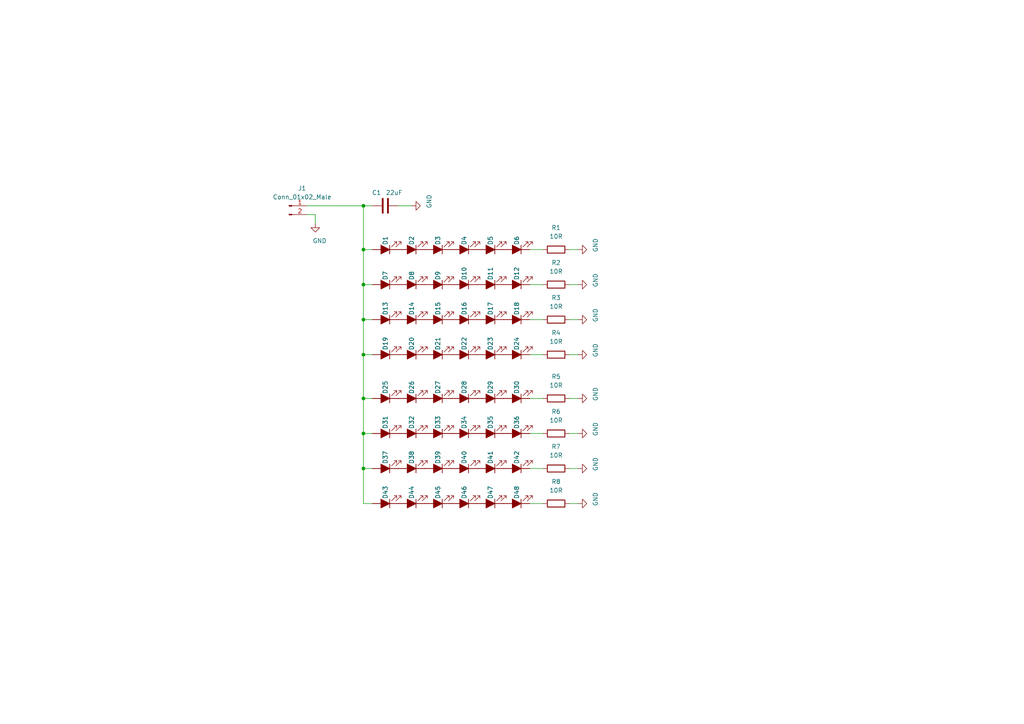
<source format=kicad_sch>
(kicad_sch (version 20230121) (generator eeschema)
  (paper "A4")
  (title_block (title "Led Panel") (date "2020-12-18") (rev "r1.0") (company "GsD - @gregdavill"))
  (lib_symbols
    (symbol "Connector:Conn_01x02_Male" (pin_names (offset 1.016) hide)
      (property "Reference" "J" (at 0 2.54 0))
      (property "Value" "Conn_01x02_Male" (at 0 -5.08 0))
      (symbol "Conn_01x02_Male_1_1"
        (pin passive line (at 5.08 0 180) (length 3.81) (name "Pin_1") (number "1"))
        (pin passive line (at 5.08 -2.54 180) (length 3.81) (name "Pin_2") (number "2"))
      )
    )
    (symbol "Device:C" (pin_numbers hide) (pin_names (offset 0.254))
      (property "Reference" "C" (at 0.635 2.54 0))
      (property "Value" "C" (at 0.635 -2.54 0))
      (symbol "C_1_1"
        (pin passive line (at 0 3.81 270) (length 2.794) (name "~") (number "1"))
        (pin passive line (at 0 -3.81 90) (length 2.794) (name "~") (number "2"))
      )
    )
    (symbol "Device:LED_ALT" (pin_numbers hide) (pin_names (offset 1.016) hide)
      (property "Reference" "D" (at 0 2.54 0))
      (property "Value" "LED_ALT" (at 0 -2.54 0))
      (symbol "LED_ALT_1_1"
        (pin passive line (at -3.81 0 0) (length 2.54) (name "K") (number "1"))
        (pin passive line (at 3.81 0 180) (length 2.54) (name "A") (number "2"))
      )
    )
    (symbol "Device:LED_ALT_1" (pin_numbers hide) (pin_names (offset 1.016) hide)
      (property "Reference" "D" (at 0 2.54 0))
      (property "Value" "LED_ALT" (at 0 -2.54 0))
      (symbol "LED_ALT_1_1_1"
        (pin passive line (at -3.81 0 0) (length 2.54) (name "K") (number "1"))
        (pin passive line (at 3.81 0 180) (length 2.54) (name "A") (number "2"))
      )
    )
    (symbol "Device:LED_ALT_10" (pin_numbers hide) (pin_names (offset 1.016) hide)
      (property "Reference" "D" (at 0 2.54 0))
      (property "Value" "LED_ALT" (at 0 -2.54 0))
      (symbol "LED_ALT_10_1_1"
        (pin passive line (at -3.81 0 0) (length 2.54) (name "K") (number "1"))
        (pin passive line (at 3.81 0 180) (length 2.54) (name "A") (number "2"))
      )
    )
    (symbol "Device:LED_ALT_11" (pin_numbers hide) (pin_names (offset 1.016) hide)
      (property "Reference" "D" (at 0 2.54 0))
      (property "Value" "LED_ALT" (at 0 -2.54 0))
      (symbol "LED_ALT_11_1_1"
        (pin passive line (at -3.81 0 0) (length 2.54) (name "K") (number "1"))
        (pin passive line (at 3.81 0 180) (length 2.54) (name "A") (number "2"))
      )
    )
    (symbol "Device:LED_ALT_12" (pin_numbers hide) (pin_names (offset 1.016) hide)
      (property "Reference" "D" (at 0 2.54 0))
      (property "Value" "LED_ALT" (at 0 -2.54 0))
      (symbol "LED_ALT_12_1_1"
        (pin passive line (at -3.81 0 0) (length 2.54) (name "K") (number "1"))
        (pin passive line (at 3.81 0 180) (length 2.54) (name "A") (number "2"))
      )
    )
    (symbol "Device:LED_ALT_13" (pin_numbers hide) (pin_names (offset 1.016) hide)
      (property "Reference" "D" (at 0 2.54 0))
      (property "Value" "LED_ALT" (at 0 -2.54 0))
      (symbol "LED_ALT_13_1_1"
        (pin passive line (at -3.81 0 0) (length 2.54) (name "K") (number "1"))
        (pin passive line (at 3.81 0 180) (length 2.54) (name "A") (number "2"))
      )
    )
    (symbol "Device:LED_ALT_14" (pin_numbers hide) (pin_names (offset 1.016) hide)
      (property "Reference" "D" (at 0 2.54 0))
      (property "Value" "LED_ALT" (at 0 -2.54 0))
      (symbol "LED_ALT_14_1_1"
        (pin passive line (at -3.81 0 0) (length 2.54) (name "K") (number "1"))
        (pin passive line (at 3.81 0 180) (length 2.54) (name "A") (number "2"))
      )
    )
    (symbol "Device:LED_ALT_15" (pin_numbers hide) (pin_names (offset 1.016) hide)
      (property "Reference" "D" (at 0 2.54 0))
      (property "Value" "LED_ALT" (at 0 -2.54 0))
      (symbol "LED_ALT_15_1_1"
        (pin passive line (at -3.81 0 0) (length 2.54) (name "K") (number "1"))
        (pin passive line (at 3.81 0 180) (length 2.54) (name "A") (number "2"))
      )
    )
    (symbol "Device:LED_ALT_16" (pin_numbers hide) (pin_names (offset 1.016) hide)
      (property "Reference" "D" (at 0 2.54 0))
      (property "Value" "LED_ALT" (at 0 -2.54 0))
      (symbol "LED_ALT_16_1_1"
        (pin passive line (at -3.81 0 0) (length 2.54) (name "K") (number "1"))
        (pin passive line (at 3.81 0 180) (length 2.54) (name "A") (number "2"))
      )
    )
    (symbol "Device:LED_ALT_17" (pin_numbers hide) (pin_names (offset 1.016) hide)
      (property "Reference" "D" (at 0 2.54 0))
      (property "Value" "LED_ALT" (at 0 -2.54 0))
      (symbol "LED_ALT_17_1_1"
        (pin passive line (at -3.81 0 0) (length 2.54) (name "K") (number "1"))
        (pin passive line (at 3.81 0 180) (length 2.54) (name "A") (number "2"))
      )
    )
    (symbol "Device:LED_ALT_18" (pin_numbers hide) (pin_names (offset 1.016) hide)
      (property "Reference" "D" (at 0 2.54 0))
      (property "Value" "LED_ALT" (at 0 -2.54 0))
      (symbol "LED_ALT_18_1_1"
        (pin passive line (at -3.81 0 0) (length 2.54) (name "K") (number "1"))
        (pin passive line (at 3.81 0 180) (length 2.54) (name "A") (number "2"))
      )
    )
    (symbol "Device:LED_ALT_19" (pin_numbers hide) (pin_names (offset 1.016) hide)
      (property "Reference" "D" (at 0 2.54 0))
      (property "Value" "LED_ALT" (at 0 -2.54 0))
      (symbol "LED_ALT_19_1_1"
        (pin passive line (at -3.81 0 0) (length 2.54) (name "K") (number "1"))
        (pin passive line (at 3.81 0 180) (length 2.54) (name "A") (number "2"))
      )
    )
    (symbol "Device:LED_ALT_2" (pin_numbers hide) (pin_names (offset 1.016) hide)
      (property "Reference" "D" (at 0 2.54 0))
      (property "Value" "LED_ALT" (at 0 -2.54 0))
      (symbol "LED_ALT_2_1_1"
        (pin passive line (at -3.81 0 0) (length 2.54) (name "K") (number "1"))
        (pin passive line (at 3.81 0 180) (length 2.54) (name "A") (number "2"))
      )
    )
    (symbol "Device:LED_ALT_20" (pin_numbers hide) (pin_names (offset 1.016) hide)
      (property "Reference" "D" (at 0 2.54 0))
      (property "Value" "LED_ALT" (at 0 -2.54 0))
      (symbol "LED_ALT_20_1_1"
        (pin passive line (at -3.81 0 0) (length 2.54) (name "K") (number "1"))
        (pin passive line (at 3.81 0 180) (length 2.54) (name "A") (number "2"))
      )
    )
    (symbol "Device:LED_ALT_21" (pin_numbers hide) (pin_names (offset 1.016) hide)
      (property "Reference" "D" (at 0 2.54 0))
      (property "Value" "LED_ALT" (at 0 -2.54 0))
      (symbol "LED_ALT_21_1_1"
        (pin passive line (at -3.81 0 0) (length 2.54) (name "K") (number "1"))
        (pin passive line (at 3.81 0 180) (length 2.54) (name "A") (number "2"))
      )
    )
    (symbol "Device:LED_ALT_22" (pin_numbers hide) (pin_names (offset 1.016) hide)
      (property "Reference" "D" (at 0 2.54 0))
      (property "Value" "LED_ALT" (at 0 -2.54 0))
      (symbol "LED_ALT_22_1_1"
        (pin passive line (at -3.81 0 0) (length 2.54) (name "K") (number "1"))
        (pin passive line (at 3.81 0 180) (length 2.54) (name "A") (number "2"))
      )
    )
    (symbol "Device:LED_ALT_23" (pin_numbers hide) (pin_names (offset 1.016) hide)
      (property "Reference" "D" (at 0 2.54 0))
      (property "Value" "LED_ALT" (at 0 -2.54 0))
      (symbol "LED_ALT_23_1_1"
        (pin passive line (at -3.81 0 0) (length 2.54) (name "K") (number "1"))
        (pin passive line (at 3.81 0 180) (length 2.54) (name "A") (number "2"))
      )
    )
    (symbol "Device:LED_ALT_24" (pin_numbers hide) (pin_names (offset 1.016) hide)
      (property "Reference" "D" (at 0 2.54 0))
      (property "Value" "LED_ALT" (at 0 -2.54 0))
      (symbol "LED_ALT_24_1_1"
        (pin passive line (at -3.81 0 0) (length 2.54) (name "K") (number "1"))
        (pin passive line (at 3.81 0 180) (length 2.54) (name "A") (number "2"))
      )
    )
    (symbol "Device:LED_ALT_25" (pin_numbers hide) (pin_names (offset 1.016) hide)
      (property "Reference" "D" (at 0 2.54 0))
      (property "Value" "LED_ALT" (at 0 -2.54 0))
      (symbol "LED_ALT_25_1_1"
        (pin passive line (at -3.81 0 0) (length 2.54) (name "K") (number "1"))
        (pin passive line (at 3.81 0 180) (length 2.54) (name "A") (number "2"))
      )
    )
    (symbol "Device:LED_ALT_26" (pin_numbers hide) (pin_names (offset 1.016) hide)
      (property "Reference" "D" (at 0 2.54 0))
      (property "Value" "LED_ALT" (at 0 -2.54 0))
      (symbol "LED_ALT_26_1_1"
        (pin passive line (at -3.81 0 0) (length 2.54) (name "K") (number "1"))
        (pin passive line (at 3.81 0 180) (length 2.54) (name "A") (number "2"))
      )
    )
    (symbol "Device:LED_ALT_27" (pin_numbers hide) (pin_names (offset 1.016) hide)
      (property "Reference" "D" (at 0 2.54 0))
      (property "Value" "LED_ALT" (at 0 -2.54 0))
      (symbol "LED_ALT_27_1_1"
        (pin passive line (at -3.81 0 0) (length 2.54) (name "K") (number "1"))
        (pin passive line (at 3.81 0 180) (length 2.54) (name "A") (number "2"))
      )
    )
    (symbol "Device:LED_ALT_28" (pin_numbers hide) (pin_names (offset 1.016) hide)
      (property "Reference" "D" (at 0 2.54 0))
      (property "Value" "LED_ALT" (at 0 -2.54 0))
      (symbol "LED_ALT_28_1_1"
        (pin passive line (at -3.81 0 0) (length 2.54) (name "K") (number "1"))
        (pin passive line (at 3.81 0 180) (length 2.54) (name "A") (number "2"))
      )
    )
    (symbol "Device:LED_ALT_29" (pin_numbers hide) (pin_names (offset 1.016) hide)
      (property "Reference" "D" (at 0 2.54 0))
      (property "Value" "LED_ALT" (at 0 -2.54 0))
      (symbol "LED_ALT_29_1_1"
        (pin passive line (at -3.81 0 0) (length 2.54) (name "K") (number "1"))
        (pin passive line (at 3.81 0 180) (length 2.54) (name "A") (number "2"))
      )
    )
    (symbol "Device:LED_ALT_3" (pin_numbers hide) (pin_names (offset 1.016) hide)
      (property "Reference" "D" (at 0 2.54 0))
      (property "Value" "LED_ALT" (at 0 -2.54 0))
      (symbol "LED_ALT_3_1_1"
        (pin passive line (at -3.81 0 0) (length 2.54) (name "K") (number "1"))
        (pin passive line (at 3.81 0 180) (length 2.54) (name "A") (number "2"))
      )
    )
    (symbol "Device:LED_ALT_30" (pin_numbers hide) (pin_names (offset 1.016) hide)
      (property "Reference" "D" (at 0 2.54 0))
      (property "Value" "LED_ALT" (at 0 -2.54 0))
      (symbol "LED_ALT_30_1_1"
        (pin passive line (at -3.81 0 0) (length 2.54) (name "K") (number "1"))
        (pin passive line (at 3.81 0 180) (length 2.54) (name "A") (number "2"))
      )
    )
    (symbol "Device:LED_ALT_31" (pin_numbers hide) (pin_names (offset 1.016) hide)
      (property "Reference" "D" (at 0 2.54 0))
      (property "Value" "LED_ALT" (at 0 -2.54 0))
      (symbol "LED_ALT_31_1_1"
        (pin passive line (at -3.81 0 0) (length 2.54) (name "K") (number "1"))
        (pin passive line (at 3.81 0 180) (length 2.54) (name "A") (number "2"))
      )
    )
    (symbol "Device:LED_ALT_32" (pin_numbers hide) (pin_names (offset 1.016) hide)
      (property "Reference" "D" (at 0 2.54 0))
      (property "Value" "LED_ALT" (at 0 -2.54 0))
      (symbol "LED_ALT_32_1_1"
        (pin passive line (at -3.81 0 0) (length 2.54) (name "K") (number "1"))
        (pin passive line (at 3.81 0 180) (length 2.54) (name "A") (number "2"))
      )
    )
    (symbol "Device:LED_ALT_33" (pin_numbers hide) (pin_names (offset 1.016) hide)
      (property "Reference" "D" (at 0 2.54 0))
      (property "Value" "LED_ALT" (at 0 -2.54 0))
      (symbol "LED_ALT_33_1_1"
        (pin passive line (at -3.81 0 0) (length 2.54) (name "K") (number "1"))
        (pin passive line (at 3.81 0 180) (length 2.54) (name "A") (number "2"))
      )
    )
    (symbol "Device:LED_ALT_34" (pin_numbers hide) (pin_names (offset 1.016) hide)
      (property "Reference" "D" (at 0 2.54 0))
      (property "Value" "LED_ALT" (at 0 -2.54 0))
      (symbol "LED_ALT_34_1_1"
        (pin passive line (at -3.81 0 0) (length 2.54) (name "K") (number "1"))
        (pin passive line (at 3.81 0 180) (length 2.54) (name "A") (number "2"))
      )
    )
    (symbol "Device:LED_ALT_35" (pin_numbers hide) (pin_names (offset 1.016) hide)
      (property "Reference" "D" (at 0 2.54 0))
      (property "Value" "LED_ALT" (at 0 -2.54 0))
      (symbol "LED_ALT_35_1_1"
        (pin passive line (at -3.81 0 0) (length 2.54) (name "K") (number "1"))
        (pin passive line (at 3.81 0 180) (length 2.54) (name "A") (number "2"))
      )
    )
    (symbol "Device:LED_ALT_36" (pin_numbers hide) (pin_names (offset 1.016) hide)
      (property "Reference" "D" (at 0 2.54 0))
      (property "Value" "LED_ALT" (at 0 -2.54 0))
      (symbol "LED_ALT_36_1_1"
        (pin passive line (at -3.81 0 0) (length 2.54) (name "K") (number "1"))
        (pin passive line (at 3.81 0 180) (length 2.54) (name "A") (number "2"))
      )
    )
    (symbol "Device:LED_ALT_37" (pin_numbers hide) (pin_names (offset 1.016) hide)
      (property "Reference" "D" (at 0 2.54 0))
      (property "Value" "LED_ALT" (at 0 -2.54 0))
      (symbol "LED_ALT_37_1_1"
        (pin passive line (at -3.81 0 0) (length 2.54) (name "K") (number "1"))
        (pin passive line (at 3.81 0 180) (length 2.54) (name "A") (number "2"))
      )
    )
    (symbol "Device:LED_ALT_38" (pin_numbers hide) (pin_names (offset 1.016) hide)
      (property "Reference" "D" (at 0 2.54 0))
      (property "Value" "LED_ALT" (at 0 -2.54 0))
      (symbol "LED_ALT_38_1_1"
        (pin passive line (at -3.81 0 0) (length 2.54) (name "K") (number "1"))
        (pin passive line (at 3.81 0 180) (length 2.54) (name "A") (number "2"))
      )
    )
    (symbol "Device:LED_ALT_39" (pin_numbers hide) (pin_names (offset 1.016) hide)
      (property "Reference" "D" (at 0 2.54 0))
      (property "Value" "LED_ALT" (at 0 -2.54 0))
      (symbol "LED_ALT_39_1_1"
        (pin passive line (at -3.81 0 0) (length 2.54) (name "K") (number "1"))
        (pin passive line (at 3.81 0 180) (length 2.54) (name "A") (number "2"))
      )
    )
    (symbol "Device:LED_ALT_4" (pin_numbers hide) (pin_names (offset 1.016) hide)
      (property "Reference" "D" (at 0 2.54 0))
      (property "Value" "LED_ALT" (at 0 -2.54 0))
      (symbol "LED_ALT_4_1_1"
        (pin passive line (at -3.81 0 0) (length 2.54) (name "K") (number "1"))
        (pin passive line (at 3.81 0 180) (length 2.54) (name "A") (number "2"))
      )
    )
    (symbol "Device:LED_ALT_40" (pin_numbers hide) (pin_names (offset 1.016) hide)
      (property "Reference" "D" (at 0 2.54 0))
      (property "Value" "LED_ALT" (at 0 -2.54 0))
      (symbol "LED_ALT_40_1_1"
        (pin passive line (at -3.81 0 0) (length 2.54) (name "K") (number "1"))
        (pin passive line (at 3.81 0 180) (length 2.54) (name "A") (number "2"))
      )
    )
    (symbol "Device:LED_ALT_41" (pin_numbers hide) (pin_names (offset 1.016) hide)
      (property "Reference" "D" (at 0 2.54 0))
      (property "Value" "LED_ALT" (at 0 -2.54 0))
      (symbol "LED_ALT_41_1_1"
        (pin passive line (at -3.81 0 0) (length 2.54) (name "K") (number "1"))
        (pin passive line (at 3.81 0 180) (length 2.54) (name "A") (number "2"))
      )
    )
    (symbol "Device:LED_ALT_42" (pin_numbers hide) (pin_names (offset 1.016) hide)
      (property "Reference" "D" (at 0 2.54 0))
      (property "Value" "LED_ALT" (at 0 -2.54 0))
      (symbol "LED_ALT_42_1_1"
        (pin passive line (at -3.81 0 0) (length 2.54) (name "K") (number "1"))
        (pin passive line (at 3.81 0 180) (length 2.54) (name "A") (number "2"))
      )
    )
    (symbol "Device:LED_ALT_43" (pin_numbers hide) (pin_names (offset 1.016) hide)
      (property "Reference" "D" (at 0 2.54 0))
      (property "Value" "LED_ALT" (at 0 -2.54 0))
      (symbol "LED_ALT_43_1_1"
        (pin passive line (at -3.81 0 0) (length 2.54) (name "K") (number "1"))
        (pin passive line (at 3.81 0 180) (length 2.54) (name "A") (number "2"))
      )
    )
    (symbol "Device:LED_ALT_44" (pin_numbers hide) (pin_names (offset 1.016) hide)
      (property "Reference" "D" (at 0 2.54 0))
      (property "Value" "LED_ALT" (at 0 -2.54 0))
      (symbol "LED_ALT_44_1_1"
        (pin passive line (at -3.81 0 0) (length 2.54) (name "K") (number "1"))
        (pin passive line (at 3.81 0 180) (length 2.54) (name "A") (number "2"))
      )
    )
    (symbol "Device:LED_ALT_45" (pin_numbers hide) (pin_names (offset 1.016) hide)
      (property "Reference" "D" (at 0 2.54 0))
      (property "Value" "LED_ALT" (at 0 -2.54 0))
      (symbol "LED_ALT_45_1_1"
        (pin passive line (at -3.81 0 0) (length 2.54) (name "K") (number "1"))
        (pin passive line (at 3.81 0 180) (length 2.54) (name "A") (number "2"))
      )
    )
    (symbol "Device:LED_ALT_46" (pin_numbers hide) (pin_names (offset 1.016) hide)
      (property "Reference" "D" (at 0 2.54 0))
      (property "Value" "LED_ALT" (at 0 -2.54 0))
      (symbol "LED_ALT_46_1_1"
        (pin passive line (at -3.81 0 0) (length 2.54) (name "K") (number "1"))
        (pin passive line (at 3.81 0 180) (length 2.54) (name "A") (number "2"))
      )
    )
    (symbol "Device:LED_ALT_47" (pin_numbers hide) (pin_names (offset 1.016) hide)
      (property "Reference" "D" (at 0 2.54 0))
      (property "Value" "LED_ALT" (at 0 -2.54 0))
      (symbol "LED_ALT_47_1_1"
        (pin passive line (at -3.81 0 0) (length 2.54) (name "K") (number "1"))
        (pin passive line (at 3.81 0 180) (length 2.54) (name "A") (number "2"))
      )
    )
    (symbol "Device:LED_ALT_5" (pin_numbers hide) (pin_names (offset 1.016) hide)
      (property "Reference" "D" (at 0 2.54 0))
      (property "Value" "LED_ALT" (at 0 -2.54 0))
      (symbol "LED_ALT_5_1_1"
        (pin passive line (at -3.81 0 0) (length 2.54) (name "K") (number "1"))
        (pin passive line (at 3.81 0 180) (length 2.54) (name "A") (number "2"))
      )
    )
    (symbol "Device:LED_ALT_6" (pin_numbers hide) (pin_names (offset 1.016) hide)
      (property "Reference" "D" (at 0 2.54 0))
      (property "Value" "LED_ALT" (at 0 -2.54 0))
      (symbol "LED_ALT_6_1_1"
        (pin passive line (at -3.81 0 0) (length 2.54) (name "K") (number "1"))
        (pin passive line (at 3.81 0 180) (length 2.54) (name "A") (number "2"))
      )
    )
    (symbol "Device:LED_ALT_7" (pin_numbers hide) (pin_names (offset 1.016) hide)
      (property "Reference" "D" (at 0 2.54 0))
      (property "Value" "LED_ALT" (at 0 -2.54 0))
      (symbol "LED_ALT_7_1_1"
        (pin passive line (at -3.81 0 0) (length 2.54) (name "K") (number "1"))
        (pin passive line (at 3.81 0 180) (length 2.54) (name "A") (number "2"))
      )
    )
    (symbol "Device:LED_ALT_8" (pin_numbers hide) (pin_names (offset 1.016) hide)
      (property "Reference" "D" (at 0 2.54 0))
      (property "Value" "LED_ALT" (at 0 -2.54 0))
      (symbol "LED_ALT_8_1_1"
        (pin passive line (at -3.81 0 0) (length 2.54) (name "K") (number "1"))
        (pin passive line (at 3.81 0 180) (length 2.54) (name "A") (number "2"))
      )
    )
    (symbol "Device:LED_ALT_9" (pin_numbers hide) (pin_names (offset 1.016) hide)
      (property "Reference" "D" (at 0 2.54 0))
      (property "Value" "LED_ALT" (at 0 -2.54 0))
      (symbol "LED_ALT_9_1_1"
        (pin passive line (at -3.81 0 0) (length 2.54) (name "K") (number "1"))
        (pin passive line (at 3.81 0 180) (length 2.54) (name "A") (number "2"))
      )
    )
    (symbol "Device:R" (pin_numbers hide) (pin_names (offset 0))
      (property "Reference" "R" (at 2.032 0 90))
      (property "Value" "R" (at 0 0 90))
      (symbol "R_1_1"
        (pin passive line (at 0 3.81 270) (length 1.27) (name "~") (number "1"))
        (pin passive line (at 0 -3.81 90) (length 1.27) (name "~") (number "2"))
      )
    )
    (symbol "Device:R_1" (pin_numbers hide) (pin_names (offset 0))
      (property "Reference" "R" (at 2.032 0 90))
      (property "Value" "R" (at 0 0 90))
      (symbol "R_1_1_1"
        (pin passive line (at 0 3.81 270) (length 1.27) (name "~") (number "1"))
        (pin passive line (at 0 -3.81 90) (length 1.27) (name "~") (number "2"))
      )
    )
    (symbol "Device:R_2" (pin_numbers hide) (pin_names (offset 0))
      (property "Reference" "R" (at 2.032 0 90))
      (property "Value" "R" (at 0 0 90))
      (symbol "R_2_1_1"
        (pin passive line (at 0 3.81 270) (length 1.27) (name "~") (number "1"))
        (pin passive line (at 0 -3.81 90) (length 1.27) (name "~") (number "2"))
      )
    )
    (symbol "Device:R_3" (pin_numbers hide) (pin_names (offset 0))
      (property "Reference" "R" (at 2.032 0 90))
      (property "Value" "R" (at 0 0 90))
      (symbol "R_3_1_1"
        (pin passive line (at 0 3.81 270) (length 1.27) (name "~") (number "1"))
        (pin passive line (at 0 -3.81 90) (length 1.27) (name "~") (number "2"))
      )
    )
    (symbol "Device:R_4" (pin_numbers hide) (pin_names (offset 0))
      (property "Reference" "R" (at 2.032 0 90))
      (property "Value" "R" (at 0 0 90))
      (symbol "R_4_1_1"
        (pin passive line (at 0 3.81 270) (length 1.27) (name "~") (number "1"))
        (pin passive line (at 0 -3.81 90) (length 1.27) (name "~") (number "2"))
      )
    )
    (symbol "Device:R_5" (pin_numbers hide) (pin_names (offset 0))
      (property "Reference" "R" (at 2.032 0 90))
      (property "Value" "R" (at 0 0 90))
      (symbol "R_5_1_1"
        (pin passive line (at 0 3.81 270) (length 1.27) (name "~") (number "1"))
        (pin passive line (at 0 -3.81 90) (length 1.27) (name "~") (number "2"))
      )
    )
    (symbol "Device:R_7" (pin_numbers hide) (pin_names (offset 0))
      (property "Reference" "R" (at 2.032 0 90))
      (property "Value" "R" (at 0 0 90))
      (symbol "R_7_1_1"
        (pin passive line (at 0 3.81 270) (length 1.27) (name "~") (number "1"))
        (pin passive line (at 0 -3.81 90) (length 1.27) (name "~") (number "2"))
      )
    )
    (symbol "Device:R_8" (pin_numbers hide) (pin_names (offset 0))
      (property "Reference" "R" (at 2.032 0 90))
      (property "Value" "R" (at 0 0 90))
      (symbol "R_8_1_1"
        (pin passive line (at 0 3.81 270) (length 1.27) (name "~") (number "1"))
        (pin passive line (at 0 -3.81 90) (length 1.27) (name "~") (number "2"))
      )
    )
    (symbol "power:GND" (power) (pin_names (offset 0))
      (property "Value" "GND" (at 0 -3.81 0))
      (symbol "GND_1_1"
        (pin power_in line (at 0 0 270) (length 0) hide (name "GND") (number "1"))
      )
    )
  )
  (bus_alias "GPDI" (members "CK_N" "CK_P" "D0_N" "D0_P" "D1_N" "D1_P" "D2_N" "D2_P"))
  (junction (at 105.41 135.89) (diameter 0.9144))
  (junction (at 105.41 115.57) (diameter 0.9144))
  (junction (at 105.41 125.73) (diameter 0.9144))
  (junction (at 105.41 102.87) (diameter 0.9144))
  (junction (at 105.41 59.69) (diameter 0.9144))
  (junction (at 105.41 72.39) (diameter 0.9144))
  (junction (at 105.41 82.55) (diameter 0.9144))
  (junction (at 105.41 92.71) (diameter 0.9144))
  (wire (pts (xy 165.1 82.55) (xy 167.64 82.55)))
  (wire (pts (xy 165.1 135.89) (xy 167.64 135.89)))
  (wire (pts (xy 153.67 72.39) (xy 157.48 72.39)))
  (wire (pts (xy 105.41 72.39) (xy 105.41 82.55)))
  (wire (pts (xy 165.1 115.57) (xy 167.64 115.57)))
  (wire (pts (xy 153.67 92.71) (xy 157.48 92.71)))
  (wire (pts (xy 105.41 135.89) (xy 107.95 135.89)))
  (wire (pts (xy 153.67 125.73) (xy 157.48 125.73)))
  (wire (pts (xy 107.95 102.87) (xy 105.41 102.87)))
  (wire (pts (xy 88.9 59.69) (xy 105.41 59.69)))
  (wire (pts (xy 107.95 59.69) (xy 105.41 59.69)))
  (wire (pts (xy 107.95 125.73) (xy 105.41 125.73)))
  (wire (pts (xy 105.41 59.69) (xy 105.41 72.39)))
  (wire (pts (xy 105.41 135.89) (xy 105.41 146.05)))
  (wire (pts (xy 105.41 82.55) (xy 105.41 92.71)))
  (wire (pts (xy 165.1 102.87) (xy 167.64 102.87)))
  (wire (pts (xy 105.41 72.39) (xy 107.95 72.39)))
  (wire (pts (xy 105.41 92.71) (xy 107.95 92.71)))
  (wire (pts (xy 153.67 82.55) (xy 157.48 82.55)))
  (wire (pts (xy 153.67 102.87) (xy 157.48 102.87)))
  (wire (pts (xy 153.67 115.57) (xy 157.48 115.57)))
  (wire (pts (xy 115.57 59.69) (xy 119.38 59.69)))
  (wire (pts (xy 165.1 92.71) (xy 167.64 92.71)))
  (wire (pts (xy 107.95 146.05) (xy 105.41 146.05)))
  (wire (pts (xy 107.95 82.55) (xy 105.41 82.55)))
  (wire (pts (xy 165.1 72.39) (xy 167.64 72.39)))
  (wire (pts (xy 165.1 125.73) (xy 167.64 125.73)))
  (wire (pts (xy 105.41 92.71) (xy 105.41 102.87)))
  (wire (pts (xy 153.67 135.89) (xy 157.48 135.89)))
  (wire (pts (xy 105.41 115.57) (xy 105.41 125.73)))
  (wire (pts (xy 105.41 115.57) (xy 107.95 115.57)))
  (wire (pts (xy 165.1 146.05) (xy 167.64 146.05)))
  (wire (pts (xy 153.67 146.05) (xy 157.48 146.05)))
  (wire (pts (xy 105.41 125.73) (xy 105.41 135.89)))
  (wire (pts (xy 88.9 62.23) (xy 91.44 62.23)))
  (wire (pts (xy 91.44 62.23) (xy 91.44 64.77)))
  (wire (pts (xy 105.41 102.87) (xy 105.41 115.57)))
  (symbol (lib_name "Device:LED_ALT_30") (lib_id "Device:LED_ALT") (at 119.38 115.57 180) (unit 1)
    (property "Reference" "D26" (at 119.38 114.3 90) (effects (justify right)))
    (property "Value" "LED_ALT" (effects hide))
    (property "Footprint" "gsd-footprints:LED_LUXEON_3014" (effects hide))
    (property "Datasheet" "https://datasheet.lcsc.com/szlcsc/1912111437_Lumileds-L130-3080HE1400001_C358161.pdf" (effects hide))
  )
  (symbol (lib_id "Device:LED_ALT") (at 111.76 135.89 180) (unit 1)
    (property "Reference" "D37" (at 111.76 134.62 90) (effects (justify right)))
    (property "Value" "LED_ALT" (effects hide))
    (property "Footprint" "gsd-footprints:LED_LUXEON_3014" (effects hide))
    (property "Datasheet" "https://datasheet.lcsc.com/szlcsc/1912111437_Lumileds-L130-3080HE1400001_C358161.pdf" (effects hide))
  )
  (symbol (lib_name "Device:LED_ALT_17") (lib_id "Device:LED_ALT") (at 111.76 102.87 180) (unit 1)
    (property "Reference" "D19" (at 111.76 101.6 90) (effects (justify right)))
    (property "Value" "LED_ALT" (effects hide))
    (property "Footprint" "gsd-footprints:LED_LUXEON_3014" (effects hide))
    (property "Datasheet" "https://datasheet.lcsc.com/szlcsc/1912111437_Lumileds-L130-3080HE1400001_C358161.pdf" (effects hide))
  )
  (symbol (lib_name "Device:LED_ALT_40") (lib_id "Device:LED_ALT") (at 142.24 135.89 180) (unit 1)
    (property "Reference" "D41" (at 142.24 134.62 90) (effects (justify right)))
    (property "Value" "LED_ALT" (effects hide))
    (property "Footprint" "gsd-footprints:LED_LUXEON_3014" (effects hide))
    (property "Datasheet" "https://datasheet.lcsc.com/szlcsc/1912111437_Lumileds-L130-3080HE1400001_C358161.pdf" (effects hide))
  )
  (symbol (lib_name "Device:LED_ALT_5") (lib_id "Device:LED_ALT") (at 142.24 72.39 180) (unit 1)
    (property "Reference" "D5" (at 142.24 71.12 90) (effects (justify right)))
    (property "Value" "LED_ALT" (effects hide))
    (property "Footprint" "gsd-footprints:LED_LUXEON_3014" (effects hide))
    (property "Datasheet" "https://datasheet.lcsc.com/szlcsc/1912111437_Lumileds-L130-3080HE1400001_C358161.pdf" (effects hide))
  )
  (symbol (lib_id "power:GND") (at 119.38 59.69 90) (unit 1)
    (property "Reference" "#PWR01" (effects hide))
    (property "Value" "GND" (at 124.46 58.42 0))
  )
  (symbol (lib_name "Device:R_4") (lib_id "Device:R") (at 161.29 82.55 270) (unit 1)
    (property "Reference" "R2" (at 161.29 76.2 90))
    (property "Value" "10R" (at 161.29 78.74 90))
    (property "Footprint" "Resistor_SMD:R_0603_1608Metric" (effects hide))
  )
  (symbol (lib_name "Device:LED_ALT_9") (lib_id "Device:LED_ALT") (at 142.24 82.55 180) (unit 1)
    (property "Reference" "D11" (at 142.24 81.28 90) (effects (justify right)))
    (property "Value" "LED_ALT" (effects hide))
    (property "Footprint" "gsd-footprints:LED_LUXEON_3014" (effects hide))
    (property "Datasheet" "https://datasheet.lcsc.com/szlcsc/1912111437_Lumileds-L130-3080HE1400001_C358161.pdf" (effects hide))
  )
  (symbol (lib_name "Device:LED_ALT_37") (lib_id "Device:LED_ALT") (at 134.62 146.05 180) (unit 1)
    (property "Reference" "D46" (at 134.62 144.78 90) (effects (justify right)))
    (property "Value" "LED_ALT" (effects hide))
    (property "Footprint" "gsd-footprints:LED_LUXEON_3014" (effects hide))
    (property "Datasheet" "https://datasheet.lcsc.com/szlcsc/1912111437_Lumileds-L130-3080HE1400001_C358161.pdf" (effects hide))
  )
  (symbol (lib_name "Device:LED_ALT_19") (lib_id "Device:LED_ALT") (at 142.24 92.71 180) (unit 1)
    (property "Reference" "D17" (at 142.24 91.44 90) (effects (justify right)))
    (property "Value" "LED_ALT" (effects hide))
    (property "Footprint" "gsd-footprints:LED_LUXEON_3014" (effects hide))
    (property "Datasheet" "https://datasheet.lcsc.com/szlcsc/1912111437_Lumileds-L130-3080HE1400001_C358161.pdf" (effects hide))
  )
  (symbol (lib_name "Device:LED_ALT_27") (lib_id "Device:LED_ALT") (at 111.76 125.73 180) (unit 1)
    (property "Reference" "D31" (at 111.76 124.46 90) (effects (justify right)))
    (property "Value" "LED_ALT" (effects hide))
    (property "Footprint" "gsd-footprints:LED_LUXEON_3014" (effects hide))
    (property "Datasheet" "https://datasheet.lcsc.com/szlcsc/1912111437_Lumileds-L130-3080HE1400001_C358161.pdf" (effects hide))
  )
  (symbol (lib_name "Device:LED_ALT_25") (lib_id "Device:LED_ALT") (at 111.76 146.05 180) (unit 1)
    (property "Reference" "D43" (at 111.76 144.78 90) (effects (justify right)))
    (property "Value" "LED_ALT" (effects hide))
    (property "Footprint" "gsd-footprints:LED_LUXEON_3014" (effects hide))
    (property "Datasheet" "https://datasheet.lcsc.com/szlcsc/1912111437_Lumileds-L130-3080HE1400001_C358161.pdf" (effects hide))
  )
  (symbol (lib_name "Device:LED_ALT_32") (lib_id "Device:LED_ALT") (at 127 135.89 180) (unit 1)
    (property "Reference" "D39" (at 127 134.62 90) (effects (justify right)))
    (property "Value" "LED_ALT" (effects hide))
    (property "Footprint" "gsd-footprints:LED_LUXEON_3014" (effects hide))
    (property "Datasheet" "https://datasheet.lcsc.com/szlcsc/1912111437_Lumileds-L130-3080HE1400001_C358161.pdf" (effects hide))
  )
  (symbol (lib_name "Device:LED_ALT_29") (lib_id "Device:LED_ALT") (at 119.38 146.05 180) (unit 1)
    (property "Reference" "D44" (at 119.38 144.78 90) (effects (justify right)))
    (property "Value" "LED_ALT" (effects hide))
    (property "Footprint" "gsd-footprints:LED_LUXEON_3014" (effects hide))
    (property "Datasheet" "https://datasheet.lcsc.com/szlcsc/1912111437_Lumileds-L130-3080HE1400001_C358161.pdf" (effects hide))
  )
  (symbol (lib_name "Device:LED_ALT_44") (lib_id "Device:LED_ALT") (at 149.86 135.89 180) (unit 1)
    (property "Reference" "D42" (at 149.86 134.62 90) (effects (justify right)))
    (property "Value" "LED_ALT" (effects hide))
    (property "Footprint" "gsd-footprints:LED_LUXEON_3014" (effects hide))
    (property "Datasheet" "https://datasheet.lcsc.com/szlcsc/1912111437_Lumileds-L130-3080HE1400001_C358161.pdf" (effects hide))
  )
  (symbol (lib_id "power:GND") (at 167.64 125.73 90) (unit 1)
    (property "Reference" "#PWR08" (effects hide))
    (property "Value" "GND" (at 172.72 124.46 0))
  )
  (symbol (lib_name "Device:LED_ALT_12") (lib_id "Device:LED_ALT") (at 111.76 82.55 180) (unit 1)
    (property "Reference" "D7" (at 111.76 81.28 90) (effects (justify right)))
    (property "Value" "LED_ALT" (effects hide))
    (property "Footprint" "gsd-footprints:LED_LUXEON_3014" (effects hide))
    (property "Datasheet" "https://datasheet.lcsc.com/szlcsc/1912111437_Lumileds-L130-3080HE1400001_C358161.pdf" (effects hide))
  )
  (symbol (lib_name "Device:LED_ALT_31") (lib_id "Device:LED_ALT") (at 119.38 125.73 180) (unit 1)
    (property "Reference" "D32" (at 119.38 124.46 90) (effects (justify right)))
    (property "Value" "LED_ALT" (effects hide))
    (property "Footprint" "gsd-footprints:LED_LUXEON_3014" (effects hide))
    (property "Datasheet" "https://datasheet.lcsc.com/szlcsc/1912111437_Lumileds-L130-3080HE1400001_C358161.pdf" (effects hide))
  )
  (symbol (lib_name "Device:LED_ALT_42") (lib_id "Device:LED_ALT") (at 142.24 115.57 180) (unit 1)
    (property "Reference" "D29" (at 142.24 114.3 90) (effects (justify right)))
    (property "Value" "LED_ALT" (effects hide))
    (property "Footprint" "gsd-footprints:LED_LUXEON_3014" (effects hide))
    (property "Datasheet" "https://datasheet.lcsc.com/szlcsc/1912111437_Lumileds-L130-3080HE1400001_C358161.pdf" (effects hide))
  )
  (symbol (lib_name "Device:LED_ALT_21") (lib_id "Device:LED_ALT") (at 142.24 102.87 180) (unit 1)
    (property "Reference" "D23" (at 142.24 101.6 90) (effects (justify right)))
    (property "Value" "LED_ALT" (effects hide))
    (property "Footprint" "gsd-footprints:LED_LUXEON_3014" (effects hide))
    (property "Datasheet" "https://datasheet.lcsc.com/szlcsc/1912111437_Lumileds-L130-3080HE1400001_C358161.pdf" (effects hide))
  )
  (symbol (lib_id "power:GND") (at 91.44 64.77 0) (unit 1)
    (property "Reference" "#PWR02" (effects hide))
    (property "Value" "GND" (at 92.71 69.85 0))
  )
  (symbol (lib_name "Device:LED_ALT_15") (lib_id "Device:LED_ALT") (at 149.86 102.87 180) (unit 1)
    (property "Reference" "D24" (at 149.86 101.6 90) (effects (justify right)))
    (property "Value" "LED_ALT" (effects hide))
    (property "Footprint" "gsd-footprints:LED_LUXEON_3014" (effects hide))
    (property "Datasheet" "https://datasheet.lcsc.com/szlcsc/1912111437_Lumileds-L130-3080HE1400001_C358161.pdf" (effects hide))
  )
  (symbol (lib_name "Device:LED_ALT_3") (lib_id "Device:LED_ALT") (at 134.62 72.39 180) (unit 1)
    (property "Reference" "D4" (at 134.62 71.12 90) (effects (justify right)))
    (property "Value" "LED_ALT" (effects hide))
    (property "Footprint" "gsd-footprints:LED_LUXEON_3014" (effects hide))
    (property "Datasheet" "https://datasheet.lcsc.com/szlcsc/1912111437_Lumileds-L130-3080HE1400001_C358161.pdf" (effects hide))
  )
  (symbol (lib_id "Device:R") (at 161.29 135.89 270) (unit 1)
    (property "Reference" "R7" (at 161.29 129.54 90))
    (property "Value" "10R" (at 161.29 132.08 90))
    (property "Footprint" "Resistor_SMD:R_0603_1608Metric" (effects hide))
  )
  (symbol (lib_name "Device:LED_ALT_11") (lib_id "Device:LED_ALT") (at 134.62 82.55 180) (unit 1)
    (property "Reference" "D10" (at 134.62 81.28 90) (effects (justify right)))
    (property "Value" "LED_ALT" (effects hide))
    (property "Footprint" "gsd-footprints:LED_LUXEON_3014" (effects hide))
    (property "Datasheet" "https://datasheet.lcsc.com/szlcsc/1912111437_Lumileds-L130-3080HE1400001_C358161.pdf" (effects hide))
  )
  (symbol (lib_name "Device:LED_ALT_8") (lib_id "Device:LED_ALT") (at 149.86 82.55 180) (unit 1)
    (property "Reference" "D12" (at 149.86 81.28 90) (effects (justify right)))
    (property "Value" "LED_ALT" (effects hide))
    (property "Footprint" "gsd-footprints:LED_LUXEON_3014" (effects hide))
    (property "Datasheet" "https://datasheet.lcsc.com/szlcsc/1912111437_Lumileds-L130-3080HE1400001_C358161.pdf" (effects hide))
  )
  (symbol (lib_name "Device:R_1") (lib_id "Device:R") (at 161.29 146.05 270) (unit 1)
    (property "Reference" "R8" (at 161.29 139.7 90))
    (property "Value" "10R" (at 161.29 142.24 90))
    (property "Footprint" "Resistor_SMD:R_0603_1608Metric" (effects hide))
  )
  (symbol (lib_name "Device:LED_ALT_24") (lib_id "Device:LED_ALT") (at 111.76 92.71 180) (unit 1)
    (property "Reference" "D13" (at 111.76 91.44 90) (effects (justify right)))
    (property "Value" "LED_ALT" (effects hide))
    (property "Footprint" "gsd-footprints:LED_LUXEON_3014" (effects hide))
    (property "Datasheet" "https://datasheet.lcsc.com/szlcsc/1912111437_Lumileds-L130-3080HE1400001_C358161.pdf" (effects hide))
  )
  (symbol (lib_id "power:GND") (at 167.64 82.55 90) (unit 1)
    (property "Reference" "#PWR04" (effects hide))
    (property "Value" "GND" (at 172.72 81.28 0))
  )
  (symbol (lib_name "Device:LED_ALT_28") (lib_id "Device:LED_ALT") (at 119.38 135.89 180) (unit 1)
    (property "Reference" "D38" (at 119.38 134.62 90) (effects (justify right)))
    (property "Value" "LED_ALT" (effects hide))
    (property "Footprint" "gsd-footprints:LED_LUXEON_3014" (effects hide))
    (property "Datasheet" "https://datasheet.lcsc.com/szlcsc/1912111437_Lumileds-L130-3080HE1400001_C358161.pdf" (effects hide))
  )
  (symbol (lib_name "Device:LED_ALT_36") (lib_id "Device:LED_ALT") (at 134.62 135.89 180) (unit 1)
    (property "Reference" "D40" (at 134.62 134.62 90) (effects (justify right)))
    (property "Value" "LED_ALT" (effects hide))
    (property "Footprint" "gsd-footprints:LED_LUXEON_3014" (effects hide))
    (property "Datasheet" "https://datasheet.lcsc.com/szlcsc/1912111437_Lumileds-L130-3080HE1400001_C358161.pdf" (effects hide))
  )
  (symbol (lib_name "Device:LED_ALT_33") (lib_id "Device:LED_ALT") (at 127 146.05 180) (unit 1)
    (property "Reference" "D45" (at 127 144.78 90) (effects (justify right)))
    (property "Value" "LED_ALT" (effects hide))
    (property "Footprint" "gsd-footprints:LED_LUXEON_3014" (effects hide))
    (property "Datasheet" "https://datasheet.lcsc.com/szlcsc/1912111437_Lumileds-L130-3080HE1400001_C358161.pdf" (effects hide))
  )
  (symbol (lib_id "power:GND") (at 167.64 92.71 90) (unit 1)
    (property "Reference" "#PWR05" (effects hide))
    (property "Value" "GND" (at 172.72 91.44 0))
  )
  (symbol (lib_name "Device:LED_ALT_35") (lib_id "Device:LED_ALT") (at 127 125.73 180) (unit 1)
    (property "Reference" "D33" (at 127 124.46 90) (effects (justify right)))
    (property "Value" "LED_ALT" (effects hide))
    (property "Footprint" "gsd-footprints:LED_LUXEON_3014" (effects hide))
    (property "Datasheet" "https://datasheet.lcsc.com/szlcsc/1912111437_Lumileds-L130-3080HE1400001_C358161.pdf" (effects hide))
  )
  (symbol (lib_name "Device:LED_ALT_6") (lib_id "Device:LED_ALT") (at 149.86 72.39 180) (unit 1)
    (property "Reference" "D6" (at 149.86 71.12 90) (effects (justify right)))
    (property "Value" "LED_ALT" (effects hide))
    (property "Footprint" "gsd-footprints:LED_LUXEON_3014" (effects hide))
    (property "Datasheet" "https://datasheet.lcsc.com/szlcsc/1912111437_Lumileds-L130-3080HE1400001_C358161.pdf" (effects hide))
  )
  (symbol (lib_name "Device:LED_ALT_23") (lib_id "Device:LED_ALT") (at 127 102.87 180) (unit 1)
    (property "Reference" "D21" (at 127 101.6 90) (effects (justify right)))
    (property "Value" "LED_ALT" (effects hide))
    (property "Footprint" "gsd-footprints:LED_LUXEON_3014" (effects hide))
    (property "Datasheet" "https://datasheet.lcsc.com/szlcsc/1912111437_Lumileds-L130-3080HE1400001_C358161.pdf" (effects hide))
  )
  (symbol (lib_name "Device:LED_ALT_47") (lib_id "Device:LED_ALT") (at 149.86 125.73 180) (unit 1)
    (property "Reference" "D36" (at 149.86 124.46 90) (effects (justify right)))
    (property "Value" "LED_ALT" (effects hide))
    (property "Footprint" "gsd-footprints:LED_LUXEON_3014" (effects hide))
    (property "Datasheet" "https://datasheet.lcsc.com/szlcsc/1912111437_Lumileds-L130-3080HE1400001_C358161.pdf" (effects hide))
  )
  (symbol (lib_name "Device:LED_ALT_34") (lib_id "Device:LED_ALT") (at 127 115.57 180) (unit 1)
    (property "Reference" "D27" (at 127 114.3 90) (effects (justify right)))
    (property "Value" "LED_ALT" (effects hide))
    (property "Footprint" "gsd-footprints:LED_LUXEON_3014" (effects hide))
    (property "Datasheet" "https://datasheet.lcsc.com/szlcsc/1912111437_Lumileds-L130-3080HE1400001_C358161.pdf" (effects hide))
  )
  (symbol (lib_id "Device:C") (at 111.76 59.69 90) (unit 1)
    (property "Reference" "C1" (at 109.22 55.88 90))
    (property "Value" "22uF" (at 114.3 55.88 90))
    (property "Footprint" "Capacitor_SMD:C_1210_3225Metric" (effects hide))
  )
  (symbol (lib_name "Device:LED_ALT_4") (lib_id "Device:LED_ALT") (at 127 72.39 180) (unit 1)
    (property "Reference" "D3" (at 127 71.12 90) (effects (justify right)))
    (property "Value" "LED_ALT" (effects hide))
    (property "Footprint" "gsd-footprints:LED_LUXEON_3014" (effects hide))
    (property "Datasheet" "https://datasheet.lcsc.com/szlcsc/1912111437_Lumileds-L130-3080HE1400001_C358161.pdf" (effects hide))
  )
  (symbol (lib_id "Connector:Conn_01x02_Male") (at 83.82 59.69 0) (unit 1)
    (property "Reference" "J1" (at 87.63 54.61 0))
    (property "Value" "Conn_01x02_Male" (at 87.63 57.15 0))
    (property "Footprint" "Connector_PinHeader_2.54mm:PinHeader_1x02_P2.54mm_Horizontal" (effects hide))
  )
  (symbol (lib_name "Device:R_3") (lib_id "Device:R") (at 161.29 115.57 270) (unit 1)
    (property "Reference" "R5" (at 161.29 109.22 90))
    (property "Value" "10R" (at 161.29 111.76 90))
    (property "Footprint" "Resistor_SMD:R_0603_1608Metric" (effects hide))
  )
  (symbol (lib_name "Device:LED_ALT_39") (lib_id "Device:LED_ALT") (at 134.62 125.73 180) (unit 1)
    (property "Reference" "D34" (at 134.62 124.46 90) (effects (justify right)))
    (property "Value" "LED_ALT" (effects hide))
    (property "Footprint" "gsd-footprints:LED_LUXEON_3014" (effects hide))
    (property "Datasheet" "https://datasheet.lcsc.com/szlcsc/1912111437_Lumileds-L130-3080HE1400001_C358161.pdf" (effects hide))
  )
  (symbol (lib_name "Device:LED_ALT_14") (lib_id "Device:LED_ALT") (at 119.38 102.87 180) (unit 1)
    (property "Reference" "D20" (at 119.38 101.6 90) (effects (justify right)))
    (property "Value" "LED_ALT" (effects hide))
    (property "Footprint" "gsd-footprints:LED_LUXEON_3014" (effects hide))
    (property "Datasheet" "https://datasheet.lcsc.com/szlcsc/1912111437_Lumileds-L130-3080HE1400001_C358161.pdf" (effects hide))
  )
  (symbol (lib_id "power:GND") (at 167.64 146.05 90) (unit 1)
    (property "Reference" "#PWR010" (effects hide))
    (property "Value" "GND" (at 172.72 144.78 0))
  )
  (symbol (lib_name "Device:LED_ALT_38") (lib_id "Device:LED_ALT") (at 134.62 115.57 180) (unit 1)
    (property "Reference" "D28" (at 134.62 114.3 90) (effects (justify right)))
    (property "Value" "LED_ALT" (effects hide))
    (property "Footprint" "gsd-footprints:LED_LUXEON_3014" (effects hide))
    (property "Datasheet" "https://datasheet.lcsc.com/szlcsc/1912111437_Lumileds-L130-3080HE1400001_C358161.pdf" (effects hide))
  )
  (symbol (lib_name "Device:LED_ALT_41") (lib_id "Device:LED_ALT") (at 142.24 146.05 180) (unit 1)
    (property "Reference" "D47" (at 142.24 144.78 90) (effects (justify right)))
    (property "Value" "LED_ALT" (effects hide))
    (property "Footprint" "gsd-footprints:LED_LUXEON_3014" (effects hide))
    (property "Datasheet" "https://datasheet.lcsc.com/szlcsc/1912111437_Lumileds-L130-3080HE1400001_C358161.pdf" (effects hide))
  )
  (symbol (lib_id "power:GND") (at 167.64 102.87 90) (unit 1)
    (property "Reference" "#PWR06" (effects hide))
    (property "Value" "GND" (at 172.72 101.6 0))
  )
  (symbol (lib_id "power:GND") (at 167.64 72.39 90) (unit 1)
    (property "Reference" "#PWR03" (effects hide))
    (property "Value" "GND" (at 172.72 71.12 0))
  )
  (symbol (lib_id "power:GND") (at 167.64 115.57 90) (unit 1)
    (property "Reference" "#PWR07" (effects hide))
    (property "Value" "GND" (at 172.72 114.3 0))
  )
  (symbol (lib_name "Device:LED_ALT_7") (lib_id "Device:LED_ALT") (at 119.38 82.55 180) (unit 1)
    (property "Reference" "D8" (at 119.38 81.28 90) (effects (justify right)))
    (property "Value" "LED_ALT" (effects hide))
    (property "Footprint" "gsd-footprints:LED_LUXEON_3014" (effects hide))
    (property "Datasheet" "https://datasheet.lcsc.com/szlcsc/1912111437_Lumileds-L130-3080HE1400001_C358161.pdf" (effects hide))
  )
  (symbol (lib_id "power:GND") (at 167.64 135.89 90) (unit 1)
    (property "Reference" "#PWR09" (effects hide))
    (property "Value" "GND" (at 172.72 134.62 0))
  )
  (symbol (lib_name "Device:R_2") (lib_id "Device:R") (at 161.29 72.39 270) (unit 1)
    (property "Reference" "R1" (at 161.29 66.04 90))
    (property "Value" "10R" (at 161.29 68.58 90))
    (property "Footprint" "Resistor_SMD:R_0603_1608Metric" (effects hide))
  )
  (symbol (lib_name "Device:R_8") (lib_id "Device:R") (at 161.29 92.71 270) (unit 1)
    (property "Reference" "R3" (at 161.29 86.36 90))
    (property "Value" "10R" (at 161.29 88.9 90))
    (property "Footprint" "Resistor_SMD:R_0603_1608Metric" (effects hide))
  )
  (symbol (lib_name "Device:LED_ALT_46") (lib_id "Device:LED_ALT") (at 149.86 115.57 180) (unit 1)
    (property "Reference" "D30" (at 149.86 114.3 90) (effects (justify right)))
    (property "Value" "LED_ALT" (effects hide))
    (property "Footprint" "gsd-footprints:LED_LUXEON_3014" (effects hide))
    (property "Datasheet" "https://datasheet.lcsc.com/szlcsc/1912111437_Lumileds-L130-3080HE1400001_C358161.pdf" (effects hide))
  )
  (symbol (lib_name "Device:LED_ALT_18") (lib_id "Device:LED_ALT") (at 134.62 102.87 180) (unit 1)
    (property "Reference" "D22" (at 134.62 101.6 90) (effects (justify right)))
    (property "Value" "LED_ALT" (effects hide))
    (property "Footprint" "gsd-footprints:LED_LUXEON_3014" (effects hide))
    (property "Datasheet" "https://datasheet.lcsc.com/szlcsc/1912111437_Lumileds-L130-3080HE1400001_C358161.pdf" (effects hide))
  )
  (symbol (lib_name "Device:LED_ALT_26") (lib_id "Device:LED_ALT") (at 111.76 115.57 180) (unit 1)
    (property "Reference" "D25" (at 111.76 114.3 90) (effects (justify right)))
    (property "Value" "LED_ALT" (effects hide))
    (property "Footprint" "gsd-footprints:LED_LUXEON_3014" (effects hide))
    (property "Datasheet" "https://datasheet.lcsc.com/szlcsc/1912111437_Lumileds-L130-3080HE1400001_C358161.pdf" (effects hide))
  )
  (symbol (lib_name "Device:R_7") (lib_id "Device:R") (at 161.29 102.87 270) (unit 1)
    (property "Reference" "R4" (at 161.29 96.52 90))
    (property "Value" "10R" (at 161.29 99.06 90))
    (property "Footprint" "Resistor_SMD:R_0603_1608Metric" (effects hide))
  )
  (symbol (lib_name "Device:R_5") (lib_id "Device:R") (at 161.29 125.73 270) (unit 1)
    (property "Reference" "R6" (at 161.29 119.38 90))
    (property "Value" "10R" (at 161.29 121.92 90))
    (property "Footprint" "Resistor_SMD:R_0603_1608Metric" (effects hide))
  )
  (symbol (lib_name "Device:LED_ALT_45") (lib_id "Device:LED_ALT") (at 149.86 146.05 180) (unit 1)
    (property "Reference" "D48" (at 149.86 144.78 90) (effects (justify right)))
    (property "Value" "LED_ALT" (effects hide))
    (property "Footprint" "gsd-footprints:LED_LUXEON_3014" (effects hide))
    (property "Datasheet" "https://datasheet.lcsc.com/szlcsc/1912111437_Lumileds-L130-3080HE1400001_C358161.pdf" (effects hide))
  )
  (symbol (lib_name "Device:LED_ALT_10") (lib_id "Device:LED_ALT") (at 127 82.55 180) (unit 1)
    (property "Reference" "D9" (at 127 81.28 90) (effects (justify right)))
    (property "Value" "LED_ALT" (effects hide))
    (property "Footprint" "gsd-footprints:LED_LUXEON_3014" (effects hide))
    (property "Datasheet" "https://datasheet.lcsc.com/szlcsc/1912111437_Lumileds-L130-3080HE1400001_C358161.pdf" (effects hide))
  )
  (symbol (lib_name "Device:LED_ALT_2") (lib_id "Device:LED_ALT") (at 119.38 72.39 180) (unit 1)
    (property "Reference" "D2" (at 119.38 71.12 90) (effects (justify right)))
    (property "Value" "LED_ALT" (effects hide))
    (property "Footprint" "gsd-footprints:LED_LUXEON_3014" (effects hide))
    (property "Datasheet" "https://datasheet.lcsc.com/szlcsc/1912111437_Lumileds-L130-3080HE1400001_C358161.pdf" (effects hide))
  )
  (symbol (lib_name "Device:LED_ALT_20") (lib_id "Device:LED_ALT") (at 127 92.71 180) (unit 1)
    (property "Reference" "D15" (at 127 91.44 90) (effects (justify right)))
    (property "Value" "LED_ALT" (effects hide))
    (property "Footprint" "gsd-footprints:LED_LUXEON_3014" (effects hide))
    (property "Datasheet" "https://datasheet.lcsc.com/szlcsc/1912111437_Lumileds-L130-3080HE1400001_C358161.pdf" (effects hide))
  )
  (symbol (lib_name "Device:LED_ALT_13") (lib_id "Device:LED_ALT") (at 119.38 92.71 180) (unit 1)
    (property "Reference" "D14" (at 119.38 91.44 90) (effects (justify right)))
    (property "Value" "LED_ALT" (effects hide))
    (property "Footprint" "gsd-footprints:LED_LUXEON_3014" (effects hide))
    (property "Datasheet" "https://datasheet.lcsc.com/szlcsc/1912111437_Lumileds-L130-3080HE1400001_C358161.pdf" (effects hide))
  )
  (symbol (lib_name "Device:LED_ALT_22") (lib_id "Device:LED_ALT") (at 134.62 92.71 180) (unit 1)
    (property "Reference" "D16" (at 134.62 91.44 90) (effects (justify right)))
    (property "Value" "LED_ALT" (effects hide))
    (property "Footprint" "gsd-footprints:LED_LUXEON_3014" (effects hide))
    (property "Datasheet" "https://datasheet.lcsc.com/szlcsc/1912111437_Lumileds-L130-3080HE1400001_C358161.pdf" (effects hide))
  )
  (symbol (lib_name "Device:LED_ALT_43") (lib_id "Device:LED_ALT") (at 142.24 125.73 180) (unit 1)
    (property "Reference" "D35" (at 142.24 124.46 90) (effects (justify right)))
    (property "Value" "LED_ALT" (effects hide))
    (property "Footprint" "gsd-footprints:LED_LUXEON_3014" (effects hide))
    (property "Datasheet" "https://datasheet.lcsc.com/szlcsc/1912111437_Lumileds-L130-3080HE1400001_C358161.pdf" (effects hide))
  )
  (symbol (lib_name "Device:LED_ALT_1") (lib_id "Device:LED_ALT") (at 111.76 72.39 180) (unit 1)
    (property "Reference" "D1" (at 111.76 71.12 90) (effects (justify right)))
    (property "Value" "LED_ALT" (effects hide))
    (property "Footprint" "gsd-footprints:LED_LUXEON_3014" (effects hide))
    (property "Datasheet" "https://datasheet.lcsc.com/szlcsc/1912111437_Lumileds-L130-3080HE1400001_C358161.pdf" (effects hide))
  )
  (symbol (lib_name "Device:LED_ALT_16") (lib_id "Device:LED_ALT") (at 149.86 92.71 180) (unit 1)
    (property "Reference" "D18" (at 149.86 91.44 90) (effects (justify right)))
    (property "Value" "LED_ALT" (effects hide))
    (property "Footprint" "gsd-footprints:LED_LUXEON_3014" (effects hide))
    (property "Datasheet" "https://datasheet.lcsc.com/szlcsc/1912111437_Lumileds-L130-3080HE1400001_C358161.pdf" (effects hide))
  )
)
</source>
